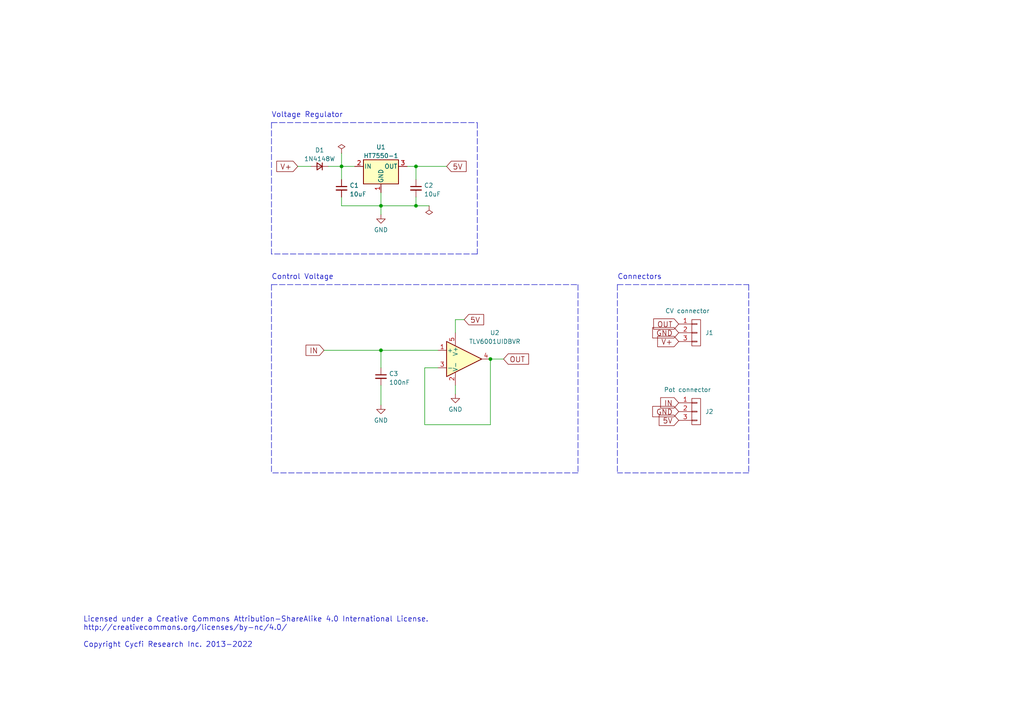
<source format=kicad_sch>
(kicad_sch (version 20211123) (generator eeschema)
  (paper "A4")
  (title_block (title "CV Buffer") (date "2022-06-20") (rev "v3.0") (company "Document Number: 2022009"))
  (lib_symbols
    (symbol "Device:C_Small" (pin_numbers hide) (pin_names (offset 0.254) hide)
      (property "Reference" "C" (at 0.254 1.778 0))
      (property "Value" "C_Small" (at 0.254 -2.032 0))
      (symbol "C_Small_0_1"
        (polyline (pts (xy -1.524 -0.508) (xy 1.524 -0.508)) (stroke (width 0.3302)))
        (polyline (pts (xy -1.524 0.508) (xy 1.524 0.508)) (stroke (width 0.3048)))
      )
      (symbol "C_Small_1_1"
        (pin passive line (at 0 2.54 270) (length 2.032) (name "~") (number "1"))
        (pin passive line (at 0 -2.54 90) (length 2.032) (name "~") (number "2"))
      )
    )
    (symbol "Device:D_Small" (pin_numbers hide) (pin_names (offset 0.254) hide)
      (property "Reference" "D" (at -1.27 2.032 0))
      (property "Value" "D_Small" (at -3.81 -2.032 0))
      (symbol "D_Small_0_1"
        (polyline (pts (xy -0.762 -1.016) (xy -0.762 1.016)) (stroke (width 0.254)))
        (polyline (pts (xy -0.762 0) (xy 0.762 0)))
        (polyline (pts (xy 0.762 -1.016) (xy -0.762 0) (xy 0.762 1.016) (xy 0.762 -1.016)) (stroke (width 0.254)))
      )
      (symbol "D_Small_1_1"
        (pin passive line (at -2.54 0 0) (length 1.778) (name "K") (number "1"))
        (pin passive line (at 2.54 0 180) (length 1.778) (name "A") (number "2"))
      )
    )
    (symbol "cycfi_library:conn_1x3" (pin_names (offset 1.016) hide)
      (property "Reference" "J" (at 0 5.08 0))
      (property "Value" "conn_1x3" (at 2.54 0 90))
      (symbol "conn_1x3_0_1"
        (rectangle (start -1.27 -2.413) (end 0.254 -2.667))
        (rectangle (start -1.27 0.127) (end 0.254 -0.127))
        (rectangle (start -1.27 2.667) (end 0.254 2.413))
        (rectangle (start -1.27 3.81) (end 1.27 -3.81))
      )
      (symbol "conn_1x3_1_1"
        (pin passive line (at -5.08 2.54 0) (length 3.81) (name "P1") (number "1"))
        (pin passive line (at -5.08 0 0) (length 3.81) (name "P2") (number "2"))
        (pin passive line (at -5.08 -2.54 0) (length 3.81) (name "P3") (number "3"))
      )
    )
    (symbol "cycfi_library:opamp_dbv2" (pin_names (offset 0.127))
      (property "Reference" "U" (at -1.27 6.35 0))
      (property "Value" "opamp_dbv2" (at -1.27 3.81 0))
      (symbol "opamp_dbv2_0_1"
        (polyline (pts (xy -5.08 5.08) (xy 5.08 0) (xy -5.08 -5.08) (xy -5.08 5.08)) (stroke (width 0.254)) (fill (type background)))
        (pin power_in line (at -2.54 -7.62 90) (length 3.81) (name "V-") (number "2"))
        (pin power_in line (at -2.54 7.62 270) (length 3.81) (name "V+") (number "5"))
      )
      (symbol "opamp_dbv2_1_1"
        (pin input line (at -7.62 2.54 0) (length 2.54) (name "+") (number "1"))
        (pin input line (at -7.62 -2.54 0) (length 2.54) (name "-") (number "3"))
        (pin output line (at 7.62 0 180) (length 2.54) (name "~") (number "4"))
      )
    )
    (symbol "cycfi_library:sot89-3-gio" (pin_names (offset 0.254))
      (property "Reference" "U" (at -3.81 3.175 0))
      (property "Value" "sot89-3-gio" (at -0.635 3.175 0))
      (symbol "sot89-3-gio_0_1"
        (rectangle (start -5.08 1.905) (end 5.08 -5.08) (stroke (width 0.254)) (fill (type background)))
      )
      (symbol "sot89-3-gio_1_1"
        (pin power_in line (at 0 -7.62 90) (length 2.54) (name "GND") (number "1"))
        (pin power_in line (at -7.62 0 0) (length 2.54) (name "IN") (number "2"))
        (pin power_out line (at 7.62 0 180) (length 2.54) (name "OUT") (number "3"))
      )
    )
    (symbol "power:GND" (power) (pin_names (offset 0))
      (property "Value" "GND" (at 0 -3.81 0))
      (symbol "GND_0_1"
        (polyline (pts (xy 0 0) (xy 0 -1.27) (xy 1.27 -1.27) (xy 0 -2.54) (xy -1.27 -1.27) (xy 0 -1.27)))
      )
      (symbol "GND_1_1"
        (pin power_in line (at 0 0 270) (length 0) hide (name "GND") (number "1"))
      )
    )
    (symbol "power:PWR_FLAG" (power) (pin_numbers hide) (pin_names (offset 0) hide)
      (property "Value" "PWR_FLAG" (at 0 3.81 0))
      (symbol "PWR_FLAG_0_0"
        (pin power_out line (at 0 0 90) (length 0) (name "pwr") (number "1"))
      )
      (symbol "PWR_FLAG_0_1"
        (polyline (pts (xy 0 0) (xy 0 1.27) (xy -1.016 1.905) (xy 0 2.54) (xy 1.016 1.905) (xy 0 1.27)))
      )
    )
  )
  (junction (at 110.49 59.69))
  (junction (at 120.65 48.26))
  (junction (at 99.06 48.26))
  (junction (at 142.24 104.14))
  (junction (at 120.65 59.69))
  (junction (at 110.49 101.6))
  (polyline (pts (xy 78.74 82.55) (xy 78.74 137.16)))
  (wire (pts (xy 99.06 48.26) (xy 102.87 48.26)))
  (wire (pts (xy 120.65 48.26) (xy 129.54 48.26)))
  (wire (pts (xy 123.19 123.19) (xy 142.24 123.19)))
  (wire (pts (xy 142.24 104.14) (xy 142.24 123.19)))
  (polyline (pts (xy 179.07 82.55) (xy 217.17 82.55)))
  (polyline (pts (xy 138.43 73.66) (xy 78.74 73.66)))
  (wire (pts (xy 142.24 104.14) (xy 146.05 104.14)))
  (wire (pts (xy 120.65 59.69) (xy 124.46 59.69)))
  (wire (pts (xy 120.65 48.26) (xy 120.65 52.07)))
  (polyline (pts (xy 78.74 82.55) (xy 167.64 82.55)))
  (wire (pts (xy 120.65 57.15) (xy 120.65 59.69)))
  (wire (pts (xy 132.08 111.76) (xy 132.08 114.3)))
  (wire (pts (xy 120.65 59.69) (xy 110.49 59.69)))
  (polyline (pts (xy 78.74 35.56) (xy 78.74 73.66)))
  (wire (pts (xy 110.49 111.76) (xy 110.49 117.475)))
  (wire (pts (xy 99.06 44.45) (xy 99.06 48.26)))
  (wire (pts (xy 118.11 48.26) (xy 120.65 48.26)))
  (wire (pts (xy 110.49 101.6) (xy 127 101.6)))
  (polyline (pts (xy 78.74 35.56) (xy 138.43 35.56)))
  (wire (pts (xy 110.49 62.23) (xy 110.49 59.69)))
  (polyline (pts (xy 167.64 82.55) (xy 167.64 137.16)))
  (polyline (pts (xy 217.17 137.16) (xy 179.07 137.16)))
  (wire (pts (xy 110.49 101.6) (xy 110.49 106.68)))
  (wire (pts (xy 95.25 48.26) (xy 99.06 48.26)))
  (wire (pts (xy 93.98 101.6) (xy 110.49 101.6)))
  (wire (pts (xy 132.08 92.71) (xy 134.62 92.71)))
  (wire (pts (xy 86.36 48.26) (xy 90.17 48.26)))
  (polyline (pts (xy 167.64 137.16) (xy 78.74 137.16)))
  (polyline (pts (xy 138.43 35.56) (xy 138.43 73.66)))
  (wire (pts (xy 123.19 106.68) (xy 123.19 123.19)))
  (wire (pts (xy 127 106.68) (xy 123.19 106.68)))
  (wire (pts (xy 99.06 48.26) (xy 99.06 52.07)))
  (polyline (pts (xy 179.07 82.55) (xy 179.07 137.16)))
  (polyline (pts (xy 217.17 82.55) (xy 217.17 137.16)))
  (wire (pts (xy 99.06 57.15) (xy 99.06 59.69)))
  (wire (pts (xy 132.08 96.52) (xy 132.08 92.71)))
  (wire (pts (xy 110.49 55.88) (xy 110.49 59.69)))
  (wire (pts (xy 99.06 59.69) (xy 110.49 59.69)))
  (text "Connectors" (at 179.07 81.28 0) (effects (font (size 1.524 1.524)) (justify left bottom)))
  (text "Licensed under a Creative Commons Attribution-ShareAlike 4.0 International License. \nhttp://creativecommons.org/licenses/by-nc/4.0/\n\nCopyright Cycfi Research Inc. 2013-2022" (at 24.13 187.96 0) (effects (font (size 1.524 1.524)) (justify left bottom)))
  (text "Voltage Regulator" (at 78.74 34.29 0) (effects (font (size 1.524 1.524)) (justify left bottom)))
  (text "Control Voltage" (at 78.74 81.28 0) (effects (font (size 1.524 1.524)) (justify left bottom)))
  (global_label "OUT" (shape input) (at 196.85 93.98 180) (effects (font (size 1.524 1.524))) (property "Intersheet References" "${INTERSHEET_REFS}" (effects hide)))
  (global_label "V+" (shape input) (at 196.85 99.06 180) (effects (font (size 1.524 1.524))) (property "Intersheet References" "${INTERSHEET_REFS}" (effects hide)))
  (global_label "GND" (shape input) (at 196.85 119.38 180) (effects (font (size 1.524 1.524))) (property "Intersheet References" "${INTERSHEET_REFS}" (effects hide)))
  (global_label "5V" (shape input) (at 196.85 121.92 180) (effects (font (size 1.524 1.524))) (property "Intersheet References" "${INTERSHEET_REFS}" (effects hide)))
  (global_label "IN" (shape input) (at 196.85 116.84 180) (effects (font (size 1.524 1.524))) (property "Intersheet References" "${INTERSHEET_REFS}" (effects hide)))
  (global_label "5V" (shape input) (at 134.62 92.71 0) (effects (font (size 1.524 1.524))) (property "Intersheet References" "${INTERSHEET_REFS}" (effects hide)))
  (global_label "5V" (shape input) (at 129.54 48.26 0) (effects (font (size 1.524 1.524))) (property "Intersheet References" "${INTERSHEET_REFS}" (effects hide)))
  (global_label "OUT" (shape input) (at 146.05 104.14 0) (effects (font (size 1.524 1.524))) (property "Intersheet References" "${INTERSHEET_REFS}" (effects hide)))
  (global_label "GND" (shape input) (at 196.85 96.52 180) (effects (font (size 1.524 1.524))) (property "Intersheet References" "${INTERSHEET_REFS}" (effects hide)))
  (global_label "IN" (shape input) (at 93.98 101.6 180) (effects (font (size 1.524 1.524))) (property "Intersheet References" "${INTERSHEET_REFS}" (effects hide)))
  (global_label "V+" (shape input) (at 86.36 48.26 180) (effects (font (size 1.524 1.524))) (property "Intersheet References" "${INTERSHEET_REFS}" (effects hide)))
  (symbol (lib_id "Device:D_Small") (at 92.71 48.26 180) (unit 1)
    (property "Reference" "D1" (at 92.71 43.5442 0))
    (property "Value" "1N4148W" (at 92.71 46.0811 0))
    (property "Footprint" "Diode_SMD:D_SOD-123" (effects hide))
    (property "LCSC" "C81598" (effects hide))
  )
  (symbol (lib_id "power:GND") (at 110.49 62.23 0) (unit 1)
    (property "Reference" "#PWR02" (effects hide))
    (property "Value" "GND" (at 110.49 66.6734 0))
  )
  (symbol (lib_id "power:GND") (at 132.08 114.3 0) (unit 1)
    (property "Reference" "#PWR05" (effects hide))
    (property "Value" "GND" (at 132.08 118.7434 0))
  )
  (symbol (lib_id "power:PWR_FLAG") (at 124.46 59.69 180) (unit 1)
    (property "Reference" "#FLG02" (effects hide))
    (property "Value" "PWR_FLAG" (effects hide))
  )
  (symbol (lib_id "power:GND") (at 110.49 117.475 0) (unit 1)
    (property "Reference" "#PWR01" (effects hide))
    (property "Value" "GND" (at 110.49 121.9184 0))
  )
  (symbol (lib_id "Device:C_Small") (at 99.06 54.61 0) (unit 1)
    (property "Reference" "C1" (at 101.3841 53.7816 0) (effects (justify left)))
    (property "Value" "10uF" (at 101.3841 56.3185 0) (effects (justify left)))
    (property "Footprint" "Capacitor_SMD:C_0805_2012Metric" (effects hide))
    (property "LCSC" "C15850" (effects hide))
  )
  (symbol (lib_id "Device:C_Small") (at 120.65 54.61 0) (unit 1)
    (property "Reference" "C2" (at 122.9741 53.7816 0) (effects (justify left)))
    (property "Value" "10uF" (at 122.9741 56.3185 0) (effects (justify left)))
    (property "Footprint" "Capacitor_SMD:C_0805_2012Metric" (effects hide))
    (property "LCSC" "C15850" (effects hide))
  )
  (symbol (lib_id "cycfi_library:sot89-3-gio") (at 110.49 48.26 0) (unit 1)
    (property "Reference" "U1" (at 110.49 42.6552 0))
    (property "Value" "HT7550-1" (at 110.49 45.1921 0))
    (property "Footprint" "Package_TO_SOT_SMD:SOT-89-3" (effects hide))
    (property "LCSC" "C16106" (effects hide))
    (property "JLCPCB_CORRECTION" "0;0;180" (effects hide))
  )
  (symbol (lib_id "power:PWR_FLAG") (at 99.06 44.45 0) (unit 1)
    (property "Reference" "#FLG01" (effects hide))
    (property "Value" "PWR_FLAG" (effects hide))
  )
  (symbol (lib_id "cycfi_library:conn_1x3") (at 201.93 96.52 0) (unit 1)
    (property "Reference" "J1" (at 205.74 96.52 0))
    (property "Value" "CV connector" (at 199.39 90.17 0))
    (property "Footprint" "cycfi_library:pin_header_1x3p_2.54mm_smd_horizontal" (effects hide))
  )
  (symbol (lib_id "Device:C_Small") (at 110.49 109.22 0) (unit 1)
    (property "Reference" "C3" (at 112.8141 108.3916 0) (effects (justify left)))
    (property "Value" "100nF" (at 112.8141 110.9285 0) (effects (justify left)))
    (property "Footprint" "Capacitor_SMD:C_0402_1005Metric" (effects hide))
    (property "LCSC" "C307331" (effects hide))
  )
  (symbol (lib_id "cycfi_library:opamp_dbv2") (at 134.62 104.14 0) (unit 1)
    (property "Reference" "U2" (at 143.51 96.52 0))
    (property "Value" "TLV6001UIDBVR" (at 143.51 99.0569 0))
    (property "Footprint" "Package_TO_SOT_SMD:SOT-23-5" (effects hide))
  )
  (symbol (lib_id "cycfi_library:conn_1x3") (at 201.93 119.38 0) (unit 1)
    (property "Reference" "J2" (at 205.74 119.38 0))
    (property "Value" "Pot connector" (at 199.39 113.03 0))
    (property "Footprint" "cycfi_library:pin_header_1x3p_2.54mm_smd_horizontal" (effects hide))
  )
)
</source>
